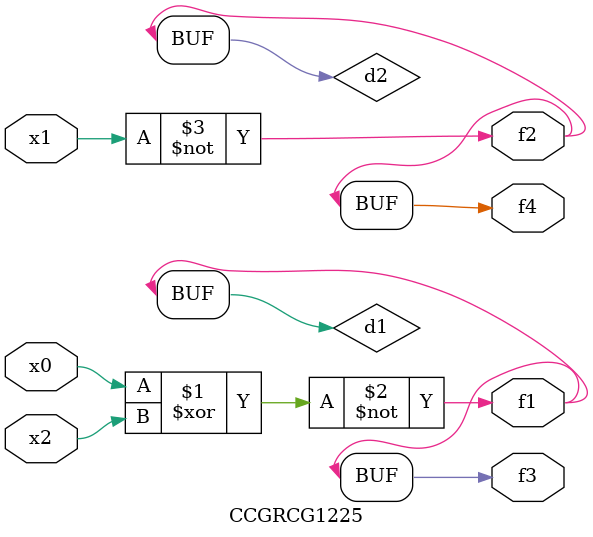
<source format=v>
module CCGRCG1225(
	input x0, x1, x2,
	output f1, f2, f3, f4
);

	wire d1, d2, d3;

	xnor (d1, x0, x2);
	nand (d2, x1);
	nor (d3, x1, x2);
	assign f1 = d1;
	assign f2 = d2;
	assign f3 = d1;
	assign f4 = d2;
endmodule

</source>
